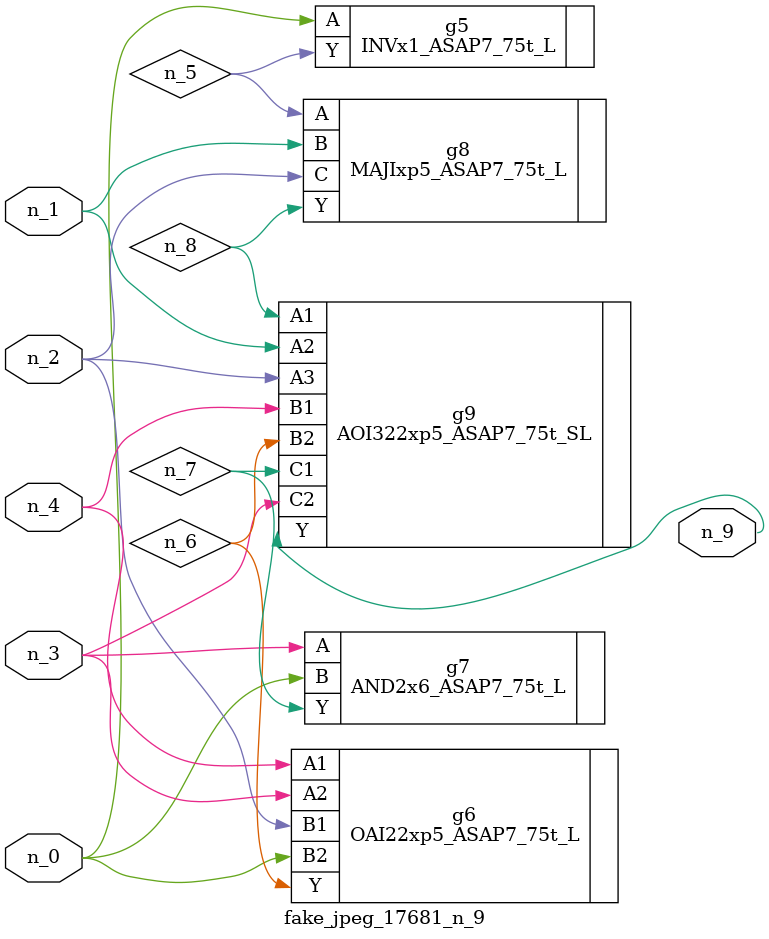
<source format=v>
module fake_jpeg_17681_n_9 (n_3, n_2, n_1, n_0, n_4, n_9);

input n_3;
input n_2;
input n_1;
input n_0;
input n_4;

output n_9;

wire n_8;
wire n_6;
wire n_5;
wire n_7;

INVx1_ASAP7_75t_L g5 ( 
.A(n_0),
.Y(n_5)
);

OAI22xp5_ASAP7_75t_L g6 ( 
.A1(n_4),
.A2(n_3),
.B1(n_2),
.B2(n_0),
.Y(n_6)
);

AND2x6_ASAP7_75t_L g7 ( 
.A(n_3),
.B(n_0),
.Y(n_7)
);

MAJIxp5_ASAP7_75t_L g8 ( 
.A(n_5),
.B(n_1),
.C(n_2),
.Y(n_8)
);

AOI322xp5_ASAP7_75t_SL g9 ( 
.A1(n_8),
.A2(n_1),
.A3(n_2),
.B1(n_4),
.B2(n_6),
.C1(n_7),
.C2(n_3),
.Y(n_9)
);


endmodule
</source>
